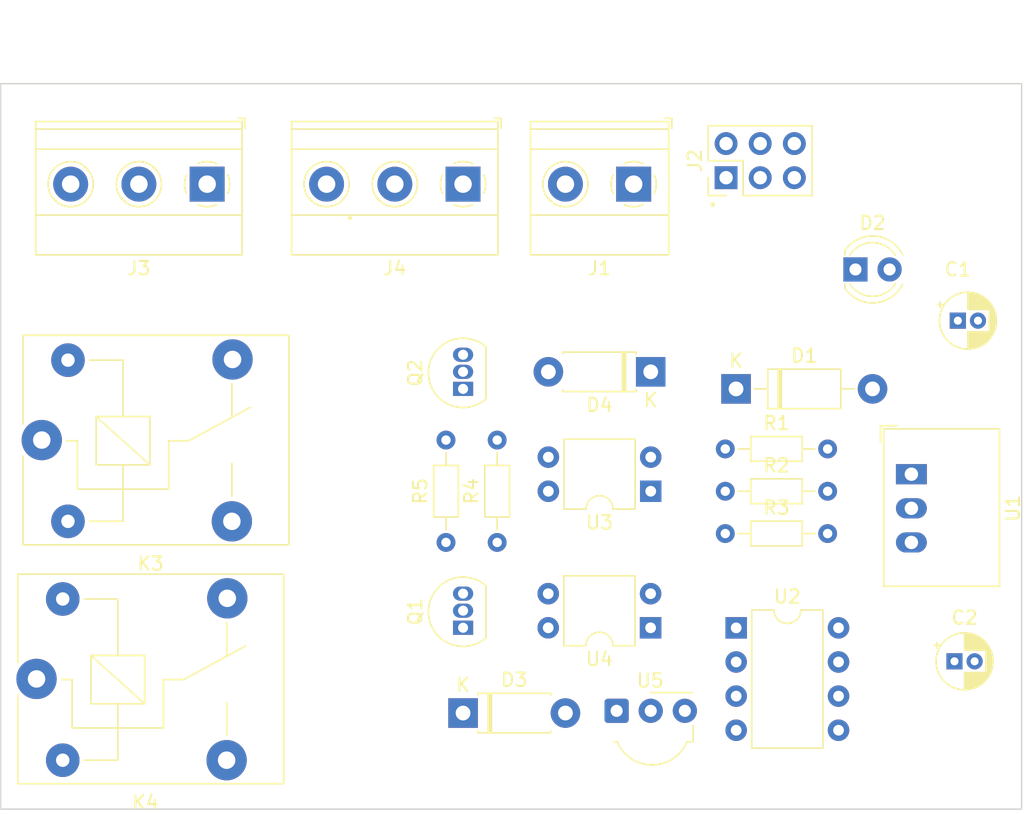
<source format=kicad_pcb>
(kicad_pcb (version 20221018) (generator pcbnew)
  (layers (0 "F.Cu" signal) (31 "B.Cu" signal) (34 "B.Paste" user) (35 "F.Paste" user) (36 "B.SilkS" user "B.Silkscreen") (37 "F.SilkS" user "F.Silkscreen") (38 "B.Mask" user) (39 "F.Mask" user) (44 "Edge.Cuts" user))
  (net 0 "")
  (net 1 "12vDC")
  (net 2 "GND")
  (net 3 "Net-(D2-A)")
  (net 4 "Net-(D1-A)")
  (net 5 "5vDC")
  (net 6 "Net-(D3-A)")
  (net 7 "Net-(D4-A)")
  (net 8 "MISO")
  (net 9 "SCK")
  (net 10 "RST")
  (net 11 "MOSI")
  (net 12 "Net-(J3-Pin_1)")
  (net 13 "Net-(J3-Pin_2)")
  (net 14 "Net-(J3-Pin_3)")
  (net 15 "Net-(J4-Pin_1)")
  (net 16 "Net-(J4-Pin_2)")
  (net 17 "Net-(J4-Pin_3)")
  (net 18 "Net-(Q1-B)")
  (net 19 "Net-(Q2-B)")
  (net 20 "IR_out")
  (net 21 "Net-(R2-Pad2)")
  (net 22 "Net-(U2-PB4)")
  (net 23 "Net-(R3-Pad2)")
  (net 24 "Net-(R4-Pad1)")
  (net 25 "Net-(R5-Pad1)")
  (footprint "Package_TO_SOT_THT:TO-92L_Inline" (layer "F.Cu") (at 58.42 45.72 90)
    (fp_text reference "Q2" (at 1.19 -3.56 90) (layer "F.SilkS"))
    (fp_text value "BC547")
    (pad "1" thru_hole rect (at 0 0 90) (size 1.05 1.5) (drill 0.75) (layers "*.Cu" "*.Mask") (net 7 "Net-(D4-A)"))
    (pad "2" thru_hole oval (at 1.27 0 90) (size 1.05 1.5) (drill 0.75) (layers "*.Cu" "*.Mask") (net 19 "Net-(Q2-B)"))
    (pad "3" thru_hole oval (at 2.54 0 90) (size 1.05 1.5) (drill 0.75) (layers "*.Cu" "*.Mask") (net 2 "GND"))
  )
  (footprint "TerminalBlock_Phoenix:TerminalBlock_Phoenix_MKDS-1,5-3-5.08_1x03_P5.08mm_Horizontal" (layer "F.Cu") (at 58.42 30.48 180)
    (fp_text reference "J4" (at 5.08 -6.26) (layer "F.SilkS"))
    (fp_text value "Screw_Terminal_01x03")
    (pad "1" thru_hole rect (at 0 0 180) (size 2.6 2.6) (drill 1.3) (layers "*.Cu" "*.Mask") (net 15 "Net-(J4-Pin_1)"))
    (pad "2" thru_hole circle (at 5.08 0 180) (size 2.6 2.6) (drill 1.3) (layers "*.Cu" "*.Mask") (net 16 "Net-(J4-Pin_2)"))
    (pad "3" thru_hole circle (at 10.16 0 180) (size 2.6 2.6) (drill 1.3) (layers "*.Cu" "*.Mask") (net 17 "Net-(J4-Pin_3)"))
  )
  (footprint "Package_TO_SOT_THT:TO-92L_Inline" (layer "F.Cu") (at 58.42 63.5 90)
    (fp_text reference "Q1" (at 1.19 -3.56 90) (layer "F.SilkS"))
    (fp_text value "BC547")
    (pad "1" thru_hole rect (at 0 0 90) (size 1.05 1.5) (drill 0.75) (layers "*.Cu" "*.Mask") (net 6 "Net-(D3-A)"))
    (pad "2" thru_hole oval (at 1.27 0 90) (size 1.05 1.5) (drill 0.75) (layers "*.Cu" "*.Mask") (net 18 "Net-(Q1-B)"))
    (pad "3" thru_hole oval (at 2.54 0 90) (size 1.05 1.5) (drill 0.75) (layers "*.Cu" "*.Mask") (net 2 "GND"))
  )
  (footprint "Resistor_THT:R_Axial_DIN0204_L3.6mm_D1.6mm_P7.62mm_Horizontal" (layer "F.Cu") (at 57.15 57.15 90)
    (fp_text reference "R5" (at 3.81 -1.92 90) (layer "F.SilkS"))
    (fp_text value "1K")
    (pad "1" thru_hole circle (at 0 0 90) (size 1.4 1.4) (drill 0.7) (layers "*.Cu" "*.Mask") (net 25 "Net-(R5-Pad1)"))
    (pad "2" thru_hole oval (at 7.62 0 90) (size 1.4 1.4) (drill 0.7) (layers "*.Cu" "*.Mask") (net 19 "Net-(Q2-B)"))
  )
  (footprint "Relay_THT:Relay_SPDT_SANYOU_SRD_Series_Form_C" (layer "F.Cu") (at 27.06 49.53)
    (fp_text reference "K3" (at 8.1 9.2) (layer "F.SilkS"))
    (fp_text value "SANYOU_SRD_Form_C")
    (pad "1" thru_hole circle (at 0 0 90) (size 3 3) (drill 1.3) (layers "*.Cu" "*.Mask") (net 17 "Net-(J4-Pin_3)"))
    (pad "2" thru_hole circle (at 1.95 6.05 90) (size 2.5 2.5) (drill 1) (layers "*.Cu" "*.Mask") (net 6 "Net-(D3-A)"))
    (pad "3" thru_hole circle (at 14.15 6.05 90) (size 3 3) (drill 1.3) (layers "*.Cu" "*.Mask") (net 15 "Net-(J4-Pin_1)"))
    (pad "4" thru_hole circle (at 14.2 -6 90) (size 3 3) (drill 1.3) (layers "*.Cu" "*.Mask") (net 16 "Net-(J4-Pin_2)"))
    (pad "5" thru_hole circle (at 1.95 -5.95 90) (size 2.5 2.5) (drill 1) (layers "*.Cu" "*.Mask") (net 1 "12vDC"))
  )
  (footprint "TerminalBlock_Phoenix:TerminalBlock_Phoenix_MKDS-1,5-3-5.08_1x03_P5.08mm_Horizontal" (layer "F.Cu") (at 39.37 30.48 180)
    (fp_text reference "J3" (at 5.08 -6.26) (layer "F.SilkS"))
    (fp_text value "Screw_Terminal_01x03")
    (pad "1" thru_hole rect (at 0 0 180) (size 2.6 2.6) (drill 1.3) (layers "*.Cu" "*.Mask") (net 12 "Net-(J3-Pin_1)"))
    (pad "2" thru_hole circle (at 5.08 0 180) (size 2.6 2.6) (drill 1.3) (layers "*.Cu" "*.Mask") (net 13 "Net-(J3-Pin_2)"))
    (pad "3" thru_hole circle (at 10.16 0 180) (size 2.6 2.6) (drill 1.3) (layers "*.Cu" "*.Mask") (net 14 "Net-(J3-Pin_3)"))
  )
  (footprint "Connector_PinHeader_2.54mm:PinHeader_2x03_P2.54mm_Vertical" (layer "F.Cu") (at 78 30 90)
    (fp_text reference "J2" (at 1.27 -2.33 90) (layer "F.SilkS"))
    (fp_text value "Conn_02x03_Counter_Clockwise")
    (pad "1" thru_hole rect (at 0 0 90) (size 1.7 1.7) (drill 1) (layers "*.Cu" "*.Mask") (net 8 "MISO"))
    (pad "2" thru_hole oval (at 2.54 0 90) (size 1.7 1.7) (drill 1) (layers "*.Cu" "*.Mask") (net 9 "SCK"))
    (pad "3" thru_hole oval (at 0 2.54 90) (size 1.7 1.7) (drill 1) (layers "*.Cu" "*.Mask") (net 10 "RST"))
    (pad "4" thru_hole oval (at 2.54 2.54 90) (size 1.7 1.7) (drill 1) (layers "*.Cu" "*.Mask") (net 2 "GND"))
    (pad "5" thru_hole oval (at 0 5.08 90) (size 1.7 1.7) (drill 1) (layers "*.Cu" "*.Mask") (net 11 "MOSI"))
    (pad "6" thru_hole oval (at 2.54 5.08 90) (size 1.7 1.7) (drill 1) (layers "*.Cu" "*.Mask") (net 5 "5vDC"))
  )
  (footprint "Resistor_THT:R_Axial_DIN0204_L3.6mm_D1.6mm_P7.62mm_Horizontal" (layer "F.Cu") (at 77.94 53.34)
    (fp_text reference "R2" (at 3.81 -1.92) (layer "F.SilkS"))
    (fp_text value "1K")
    (pad "1" thru_hole circle (at 0 0) (size 1.4 1.4) (drill 0.7) (layers "*.Cu" "*.Mask") (net 9 "SCK"))
    (pad "2" thru_hole oval (at 7.62 0) (size 1.4 1.4) (drill 0.7) (layers "*.Cu" "*.Mask") (net 21 "Net-(R2-Pad2)"))
  )
  (footprint "Resistor_THT:R_Axial_DIN0204_L3.6mm_D1.6mm_P7.62mm_Horizontal" (layer "F.Cu") (at 77.94 50.19)
    (fp_text reference "R1" (at 3.81 -1.92) (layer "F.SilkS"))
    (fp_text value "10K")
    (pad "1" thru_hole circle (at 0 0) (size 1.4 1.4) (drill 0.7) (layers "*.Cu" "*.Mask") (net 10 "RST"))
    (pad "2" thru_hole oval (at 7.62 0) (size 1.4 1.4) (drill 0.7) (layers "*.Cu" "*.Mask") (net 5 "5vDC"))
  )
  (footprint "Diode_THT:D_DO-41_SOD81_P10.16mm_Horizontal" (layer "F.Cu") (at 78.74 45.72)
    (fp_text reference "D1" (at 5.08 -2.47) (layer "F.SilkS"))
    (fp_text value "1N4007")
    (fp_text user "K" (at 0 -2.1) (layer "F.SilkS"))
    (pad "1" thru_hole rect (at 0 0) (size 2.2 2.2) (drill 1.1) (layers "*.Cu" "*.Mask") (net 1 "12vDC"))
    (pad "2" thru_hole oval (at 10.16 0) (size 2.2 2.2) (drill 1.1) (layers "*.Cu" "*.Mask") (net 4 "Net-(D1-A)"))
  )
  (footprint "Resistor_THT:R_Axial_DIN0204_L3.6mm_D1.6mm_P7.62mm_Horizontal" (layer "F.Cu") (at 60.96 57.15 90)
    (fp_text reference "R4" (at 3.81 -1.92 90) (layer "F.SilkS"))
    (fp_text value "1K")
    (pad "1" thru_hole circle (at 0 0 90) (size 1.4 1.4) (drill 0.7) (layers "*.Cu" "*.Mask") (net 24 "Net-(R4-Pad1)"))
    (pad "2" thru_hole oval (at 7.62 0 90) (size 1.4 1.4) (drill 0.7) (layers "*.Cu" "*.Mask") (net 18 "Net-(Q1-B)"))
  )
  (footprint "Converter_DCDC:Converter_DCDC_RECOM_R-78E-0.5_THT" (layer "F.Cu") (at 91.7925 52.07 -90)
    (fp_text reference "U1" (at 2.54 -7.56 90) (layer "F.SilkS"))
    (fp_text value "R-78E5.0-1.0")
    (pad "1" thru_hole rect (at 0 0 270) (size 1.5 2.3) (drill 1) (layers "*.Cu" "*.Mask") (net 1 "12vDC"))
    (pad "2" thru_hole oval (at 2.54 0 270) (size 1.5 2.3) (drill 1) (layers "*.Cu" "*.Mask") (net 2 "GND"))
    (pad "3" thru_hole oval (at 5.08 0 270) (size 1.5 2.3) (drill 1) (layers "*.Cu" "*.Mask") (net 3 "Net-(D2-A)"))
  )
  (footprint "Package_DIP:DIP-4_W7.62mm" (layer "F.Cu") (at 72.39 53.34 180)
    (fp_text reference "U3" (at 3.81 -2.33) (layer "F.SilkS"))
    (fp_text value "PC817")
    (pad "1" thru_hole rect (at 0 0 180) (size 1.6 1.6) (drill 0.8) (layers "*.Cu" "*.Mask") (net 21 "Net-(R2-Pad2)"))
    (pad "2" thru_hole oval (at 0 2.54 180) (size 1.6 1.6) (drill 0.8) (layers "*.Cu" "*.Mask") (net 2 "GND"))
    (pad "3" thru_hole oval (at 7.62 2.54 180) (size 1.6 1.6) (drill 0.8) (layers "*.Cu" "*.Mask") (net 24 "Net-(R4-Pad1)"))
    (pad "4" thru_hole oval (at 7.62 0 180) (size 1.6 1.6) (drill 0.8) (layers "*.Cu" "*.Mask") (net 1 "12vDC"))
  )
  (footprint "TerminalBlock_Phoenix:TerminalBlock_Phoenix_MKDS-1,5-2-5.08_1x02_P5.08mm_Horizontal" (layer "F.Cu") (at 71.12 30.48 180)
    (fp_text reference "J1" (at 2.54 -6.26) (layer "F.SilkS"))
    (fp_text value "Screw_Terminal_01x02")
    (pad "1" thru_hole rect (at 0 0 180) (size 2.6 2.6) (drill 1.3) (layers "*.Cu" "*.Mask") (net 2 "GND"))
    (pad "2" thru_hole circle (at 5.08 0 180) (size 2.6 2.6) (drill 1.3) (layers "*.Cu" "*.Mask") (net 4 "Net-(D1-A)"))
  )
  (footprint "Relay_THT:Relay_SPDT_SANYOU_SRD_Series_Form_C" (layer "F.Cu") (at 26.67 67.31)
    (fp_text reference "K4" (at 8.1 9.2) (layer "F.SilkS"))
    (fp_text value "SANYOU_SRD_Form_C")
    (pad "1" thru_hole circle (at 0 0 90) (size 3 3) (drill 1.3) (layers "*.Cu" "*.Mask") (net 14 "Net-(J3-Pin_3)"))
    (pad "2" thru_hole circle (at 1.95 6.05 90) (size 2.5 2.5) (drill 1) (layers "*.Cu" "*.Mask") (net 7 "Net-(D4-A)"))
    (pad "3" thru_hole circle (at 14.15 6.05 90) (size 3 3) (drill 1.3) (layers "*.Cu" "*.Mask") (net 12 "Net-(J3-Pin_1)"))
    (pad "4" thru_hole circle (at 14.2 -6 90) (size 3 3) (drill 1.3) (layers "*.Cu" "*.Mask") (net 13 "Net-(J3-Pin_2)"))
    (pad "5" thru_hole circle (at 1.95 -5.95 90) (size 2.5 2.5) (drill 1) (layers "*.Cu" "*.Mask") (net 1 "12vDC"))
  )
  (footprint "Diode_THT:D_DO-41_SOD81_P7.62mm_Horizontal" (layer "F.Cu") (at 58.42 69.85)
    (fp_text reference "D3" (at 3.81 -2.47) (layer "F.SilkS"))
    (fp_text value "1N4007")
    (fp_text user "K" (at 0 -2.1) (layer "F.SilkS"))
    (pad "1" thru_hole rect (at 0 0) (size 2.2 2.2) (drill 1.1) (layers "*.Cu" "*.Mask") (net 1 "12vDC"))
    (pad "2" thru_hole oval (at 7.62 0) (size 2.2 2.2) (drill 1.1) (layers "*.Cu" "*.Mask") (net 6 "Net-(D3-A)"))
  )
  (footprint "Resistor_THT:R_Axial_DIN0204_L3.6mm_D1.6mm_P7.62mm_Horizontal" (layer "F.Cu") (at 77.94 56.49)
    (fp_text reference "R3" (at 3.81 -1.92) (layer "F.SilkS"))
    (fp_text value "1K")
    (pad "1" thru_hole circle (at 0 0) (size 1.4 1.4) (drill 0.7) (layers "*.Cu" "*.Mask") (net 22 "Net-(U2-PB4)"))
    (pad "2" thru_hole oval (at 7.62 0) (size 1.4 1.4) (drill 0.7) (layers "*.Cu" "*.Mask") (net 23 "Net-(R3-Pad2)"))
  )
  (footprint "Package_DIP:DIP-8_W7.62mm" (layer "F.Cu") (at 78.75 63.51)
    (fp_text reference "U2" (at 3.81 -2.33) (layer "F.SilkS"))
    (fp_text value "ATtiny13A-P")
    (pad "1" thru_hole rect (at 0 0) (size 1.6 1.6) (drill 0.8) (layers "*.Cu" "*.Mask") (net 10 "RST"))
    (pad "2" thru_hole oval (at 0 2.54) (size 1.6 1.6) (drill 0.8) (layers "*.Cu" "*.Mask") (net 20 "IR_out"))
    (pad "3" thru_hole oval (at 0 5.08) (size 1.6 1.6) (drill 0.8) (layers "*.Cu" "*.Mask") (net 22 "Net-(U2-PB4)"))
    (pad "4" thru_hole oval (at 0 7.62) (size 1.6 1.6) (drill 0.8) (layers "*.Cu" "*.Mask") (net 2 "GND"))
    (pad "5" thru_hole oval (at 7.62 7.62) (size 1.6 1.6) (drill 0.8) (layers "*.Cu" "*.Mask") (net 11 "MOSI"))
    (pad "6" thru_hole oval (at 7.62 5.08) (size 1.6 1.6) (drill 0.8) (layers "*.Cu" "*.Mask") (net 8 "MISO"))
    (pad "7" thru_hole oval (at 7.62 2.54) (size 1.6 1.6) (drill 0.8) (layers "*.Cu" "*.Mask") (net 9 "SCK"))
    (pad "8" thru_hole oval (at 7.62 0) (size 1.6 1.6) (drill 0.8) (layers "*.Cu" "*.Mask") (net 5 "5vDC"))
  )
  (footprint "Package_DIP:DIP-4_W7.62mm" (layer "F.Cu") (at 72.38 63.505 180)
    (fp_text reference "U4" (at 3.81 -2.33) (layer "F.SilkS"))
    (fp_text value "PC817")
    (pad "1" thru_hole rect (at 0 0 180) (size 1.6 1.6) (drill 0.8) (layers "*.Cu" "*.Mask") (net 23 "Net-(R3-Pad2)"))
    (pad "2" thru_hole oval (at 0 2.54 180) (size 1.6 1.6) (drill 0.8) (layers "*.Cu" "*.Mask") (net 2 "GND"))
    (pad "3" thru_hole oval (at 7.62 2.54 180) (size 1.6 1.6) (drill 0.8) (layers "*.Cu" "*.Mask") (net 25 "Net-(R5-Pad1)"))
    (pad "4" thru_hole oval (at 7.62 0 180) (size 1.6 1.6) (drill 0.8) (layers "*.Cu" "*.Mask") (net 1 "12vDC"))
  )
  (footprint "Diode_THT:D_DO-41_SOD81_P7.62mm_Horizontal" (layer "F.Cu") (at 72.39 44.45 180)
    (fp_text reference "D4" (at 3.81 -2.47) (layer "F.SilkS"))
    (fp_text value "1N4007")
    (fp_text user "K" (at 0 -2.1) (layer "F.SilkS"))
    (pad "1" thru_hole rect (at 0 0 180) (size 2.2 2.2) (drill 1.1) (layers "*.Cu" "*.Mask") (net 1 "12vDC"))
    (pad "2" thru_hole oval (at 7.62 0 180) (size 2.2 2.2) (drill 1.1) (layers "*.Cu" "*.Mask") (net 7 "Net-(D4-A)"))
  )
  (footprint "LED_THT:LED_D4.0mm" (layer "F.Cu") (at 87.63 36.83)
    (fp_text reference "D2" (at 1.27 -3.46) (layer "F.SilkS"))
    (fp_text value "LED")
    (pad "1" thru_hole rect (at 0 0) (size 1.8 1.8) (drill 0.9) (layers "*.Cu" "*.Mask") (net 5 "5vDC"))
    (pad "2" thru_hole circle (at 2.54 0) (size 1.8 1.8) (drill 0.9) (layers "*.Cu" "*.Mask") (net 3 "Net-(D2-A)"))
  )
  (footprint "Capacitor_THT:CP_Radial_D4.0mm_P1.50mm" (layer "F.Cu") (at 95 66)
    (fp_text reference "C2" (at 0.75 -3.25) (layer "F.SilkS"))
    (fp_text value "10uf/25v")
    (pad "1" thru_hole rect (at 0 0) (size 1.2 1.2) (drill 0.6) (layers "*.Cu" "*.Mask") (net 3 "Net-(D2-A)"))
    (pad "2" thru_hole circle (at 1.5 0) (size 1.2 1.2) (drill 0.6) (layers "*.Cu" "*.Mask") (net 2 "GND"))
  )
  (footprint "OptoDevice:Vishay_MOLD-3Pin" (layer "F.Cu") (at 69.85 69.685)
    (fp_text reference "U5" (at 2.5 -2.25 180) (layer "F.SilkS"))
    (fp_text value "TSOP45xx")
    (pad "1" thru_hole roundrect (at 0 0) (size 1.8 1.8) (drill 0.9) (layers "*.Cu" "*.Mask") (roundrect_rratio 0.138) (net 20 "IR_out"))
    (pad "2" thru_hole circle (at 2.54 0) (size 1.8 1.8) (drill 0.9) (layers "*.Cu" "*.Mask") (net 2 "GND"))
    (pad "3" thru_hole circle (at 5.08 0) (size 1.8 1.8) (drill 0.9) (layers "*.Cu" "*.Mask"))
  )
  (footprint "Capacitor_THT:CP_Radial_D4.0mm_P1.50mm" (layer "F.Cu") (at 95.25 40.64)
    (fp_text reference "C1" (at 0 -3.81) (layer "F.SilkS"))
    (fp_text value "10uf/25v")
    (pad "1" thru_hole rect (at 0 0) (size 1.2 1.2) (drill 0.6) (layers "*.Cu" "*.Mask") (net 1 "12vDC"))
    (pad "2" thru_hole circle (at 1.5 0) (size 1.2 1.2) (drill 0.6) (layers "*.Cu" "*.Mask") (net 2 "GND"))
  )
  (gr_circle (center 77 32) (end 77.1 32) (stroke (width 0.15)) (fill none) (layer "F.SilkS"))
  (gr_circle (center 50 33) (end 50.000005 33) (stroke (width 0.15)) (fill none) (layer "F.SilkS"))
  (gr_poly (pts (xy 24 23) (xy 100 23) (xy 100 77) (xy 24 77)) (stroke (width 0.1)) (fill none) (layer "Edge.Cuts"))
)
</source>
